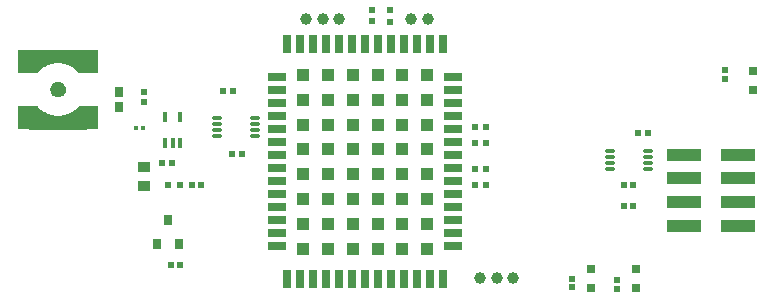
<source format=gtp>
G04*
G04 #@! TF.GenerationSoftware,Altium Limited,Altium Designer,22.5.1 (42)*
G04*
G04 Layer_Color=8421504*
%FSLAX44Y44*%
%MOMM*%
G71*
G04*
G04 #@! TF.SameCoordinates,16E258D9-83B2-4854-9FD3-66D1B54B03FA*
G04*
G04*
G04 #@! TF.FilePolarity,Positive*
G04*
G01*
G75*
%ADD18R,5.0000X1.0000*%
%ADD19C,1.0000*%
%ADD20R,0.8000X0.8000*%
%ADD21R,0.4725X0.5811*%
G04:AMPARAMS|DCode=22|XSize=0.4mm|YSize=0.85mm|CornerRadius=0.05mm|HoleSize=0mm|Usage=FLASHONLY|Rotation=180.000|XOffset=0mm|YOffset=0mm|HoleType=Round|Shape=RoundedRectangle|*
%AMROUNDEDRECTD22*
21,1,0.4000,0.7500,0,0,180.0*
21,1,0.3000,0.8500,0,0,180.0*
1,1,0.1000,-0.1500,0.3750*
1,1,0.1000,0.1500,0.3750*
1,1,0.1000,0.1500,-0.3750*
1,1,0.1000,-0.1500,-0.3750*
%
%ADD22ROUNDEDRECTD22*%
%ADD23R,0.5811X0.4725*%
%ADD24R,0.8000X1.5000*%
%ADD25R,1.5000X0.8000*%
%ADD26R,1.1000X1.1000*%
%ADD27R,0.6200X0.6000*%
%ADD28R,0.6000X0.5000*%
%ADD29R,0.6153X0.5725*%
G04:AMPARAMS|DCode=30|XSize=0.3mm|YSize=0.8mm|CornerRadius=0.0495mm|HoleSize=0mm|Usage=FLASHONLY|Rotation=90.000|XOffset=0mm|YOffset=0mm|HoleType=Round|Shape=RoundedRectangle|*
%AMROUNDEDRECTD30*
21,1,0.3000,0.7010,0,0,90.0*
21,1,0.2010,0.8000,0,0,90.0*
1,1,0.0990,0.3505,0.1005*
1,1,0.0990,0.3505,-0.1005*
1,1,0.0990,-0.3505,-0.1005*
1,1,0.0990,-0.3505,0.1005*
%
%ADD30ROUNDEDRECTD30*%
%ADD31R,0.8000X0.9000*%
%ADD32R,0.6500X0.8500*%
%ADD33R,0.5725X0.6153*%
%ADD34R,0.4541X0.3627*%
%ADD35R,0.5000X0.6000*%
%ADD36R,1.0000X0.9000*%
%ADD37R,0.6000X0.6200*%
%ADD38R,2.9500X1.0200*%
G36*
X40923Y183315D02*
X40935Y183301D01*
X40946Y183286D01*
X41000Y183228D01*
X41053Y183168D01*
X41067Y183155D01*
X41079Y183142D01*
X43342Y180918D01*
X43385Y180880D01*
X43426Y180840D01*
X43458Y180815D01*
X43489Y180788D01*
X43535Y180754D01*
X43580Y180718D01*
X46160Y178872D01*
X46208Y178841D01*
X46255Y178808D01*
X46290Y178788D01*
X46325Y178765D01*
X46376Y178739D01*
X46426Y178711D01*
X49260Y177285D01*
X49313Y177262D01*
X49364Y177237D01*
X49403Y177222D01*
X49440Y177206D01*
X49494Y177188D01*
X49548Y177168D01*
X52569Y176198D01*
X52624Y176183D01*
X52679Y176166D01*
X52719Y176158D01*
X52759Y176147D01*
X52815Y176138D01*
X52871Y176126D01*
X56006Y175635D01*
X56063Y175629D01*
X56119Y175621D01*
X56160Y175619D01*
X56201Y175615D01*
X56258Y175614D01*
X56315Y175611D01*
X59488D01*
X59545Y175614D01*
X59602Y175615D01*
X59643Y175619D01*
X59684Y175621D01*
X59741Y175629D01*
X59798Y175635D01*
X62932Y176126D01*
X62988Y176138D01*
X63045Y176147D01*
X63085Y176158D01*
X63125Y176166D01*
X63179Y176183D01*
X63235Y176198D01*
X66256Y177168D01*
X66309Y177188D01*
X66364Y177206D01*
X66401Y177222D01*
X66439Y177237D01*
X66491Y177262D01*
X66543Y177285D01*
X69378Y178711D01*
X69427Y178739D01*
X69478Y178765D01*
X69513Y178787D01*
X69549Y178808D01*
X69595Y178840D01*
X69644Y178872D01*
X72223Y180718D01*
X72268Y180754D01*
X72314Y180788D01*
X72345Y180815D01*
X72377Y180840D01*
X72418Y180880D01*
X72461Y180918D01*
X74724Y183142D01*
X74737Y183155D01*
X74750Y183168D01*
X74803Y183228D01*
X74858Y183286D01*
X74869Y183301D01*
X74881Y183315D01*
X75275Y183805D01*
X91459Y183805D01*
Y164188D01*
X24344D01*
Y183805D01*
X40528D01*
X40923Y183315D01*
D02*
G37*
G36*
X59837Y204378D02*
X61044Y203878D01*
X62130Y203152D01*
X63054Y202228D01*
X63780Y201141D01*
X64280Y199934D01*
X64535Y198652D01*
Y197999D01*
Y197346D01*
X64280Y196064D01*
X63780Y194857D01*
X63054Y193771D01*
X62130Y192846D01*
X61044Y192120D01*
X59837Y191620D01*
X58555Y191366D01*
X57248D01*
X55967Y191620D01*
X54760Y192120D01*
X53673Y192846D01*
X52749Y193770D01*
X52023Y194857D01*
X51523Y196064D01*
X51268Y197346D01*
Y197999D01*
Y198652D01*
X51523Y199934D01*
X52023Y201141D01*
X52749Y202228D01*
X53673Y203152D01*
X54760Y203878D01*
X55967Y204378D01*
X57248Y204633D01*
X58555D01*
X59837Y204378D01*
D02*
G37*
G36*
X91459Y212194D02*
X75275D01*
X74881Y212683D01*
X74869Y212697D01*
X74858Y212712D01*
X74803Y212771D01*
X74750Y212830D01*
X74737Y212843D01*
X74724Y212856D01*
X72461Y215080D01*
X72418Y215118D01*
X72377Y215158D01*
X72345Y215183D01*
X72315Y215210D01*
X72268Y215244D01*
X72223Y215280D01*
X69644Y217127D01*
X69595Y217158D01*
X69549Y217190D01*
X69513Y217211D01*
X69478Y217233D01*
X69427Y217259D01*
X69378Y217287D01*
X66543Y218713D01*
X66491Y218736D01*
X66439Y218761D01*
X66401Y218776D01*
X66364Y218792D01*
X66309Y218810D01*
X66256Y218830D01*
X63235Y219800D01*
X63179Y219815D01*
X63125Y219832D01*
X63085Y219840D01*
X63045Y219851D01*
X62989Y219860D01*
X62932Y219872D01*
X59798Y220363D01*
X59741Y220369D01*
X59684Y220377D01*
X59643Y220379D01*
X59602Y220384D01*
X59545Y220384D01*
X59488Y220387D01*
X56315D01*
X56258Y220384D01*
X56201Y220384D01*
X56160Y220379D01*
X56119Y220377D01*
X56063Y220369D01*
X56006Y220363D01*
X52871Y219872D01*
X52815Y219860D01*
X52759Y219851D01*
X52719Y219840D01*
X52679Y219832D01*
X52624Y219815D01*
X52569Y219800D01*
X49548Y218830D01*
X49494Y218810D01*
X49440Y218792D01*
X49403Y218776D01*
X49364Y218761D01*
X49313Y218736D01*
X49260Y218713D01*
X46426Y217287D01*
X46376Y217259D01*
X46325Y217233D01*
X46291Y217211D01*
X46255Y217190D01*
X46208Y217158D01*
X46160Y217127D01*
X43580Y215280D01*
X43535Y215244D01*
X43489Y215210D01*
X43458Y215183D01*
X43426Y215158D01*
X43385Y215118D01*
X43342Y215080D01*
X41079Y212856D01*
X41067Y212843D01*
X41053Y212830D01*
X41000Y212771D01*
X40946Y212712D01*
X40935Y212697D01*
X40923Y212683D01*
X40528Y212194D01*
X24344D01*
Y231811D01*
X91459D01*
Y212194D01*
D02*
G37*
D18*
X57900Y168838D02*
D03*
X55360Y225940D02*
D03*
D19*
X57902Y197999D02*
D03*
X370840Y257810D02*
D03*
X356870D02*
D03*
X295910D02*
D03*
X281940D02*
D03*
X267970D02*
D03*
X443230Y38100D02*
D03*
X429260D02*
D03*
X415290D02*
D03*
D20*
X645922Y213990D02*
D03*
Y197490D02*
D03*
X509270Y46350D02*
D03*
Y29850D02*
D03*
X547370Y46350D02*
D03*
Y29850D02*
D03*
D21*
X622554Y214221D02*
D03*
Y206911D02*
D03*
X492760Y37945D02*
D03*
Y30635D02*
D03*
X530860Y36675D02*
D03*
Y29365D02*
D03*
D22*
X148440Y175080D02*
D03*
X161440D02*
D03*
Y152580D02*
D03*
X154940D02*
D03*
X148440D02*
D03*
D23*
X537365Y99060D02*
D03*
X544675D02*
D03*
Y116840D02*
D03*
X537365D02*
D03*
X153825Y49530D02*
D03*
X161135D02*
D03*
X178915Y116840D02*
D03*
X171605D02*
D03*
D24*
X383930Y236320D02*
D03*
X372930D02*
D03*
X361930D02*
D03*
X350930D02*
D03*
X339930D02*
D03*
X328930D02*
D03*
X317930D02*
D03*
X284930D02*
D03*
X273930D02*
D03*
X262930D02*
D03*
X295930D02*
D03*
X306930D02*
D03*
X251930D02*
D03*
Y37320D02*
D03*
X262930D02*
D03*
X273930D02*
D03*
X284930D02*
D03*
X295930D02*
D03*
X306930D02*
D03*
X317930D02*
D03*
X328930D02*
D03*
X339930D02*
D03*
X350930D02*
D03*
X361930D02*
D03*
X372930D02*
D03*
X383930D02*
D03*
D25*
X243430Y208320D02*
D03*
Y197320D02*
D03*
Y186320D02*
D03*
Y175320D02*
D03*
Y164320D02*
D03*
Y153320D02*
D03*
Y142320D02*
D03*
Y131320D02*
D03*
Y120320D02*
D03*
Y109320D02*
D03*
Y98320D02*
D03*
Y87320D02*
D03*
Y76320D02*
D03*
Y65320D02*
D03*
X392430D02*
D03*
Y76320D02*
D03*
Y87320D02*
D03*
Y98320D02*
D03*
Y109320D02*
D03*
Y120320D02*
D03*
Y131320D02*
D03*
Y142320D02*
D03*
Y153320D02*
D03*
Y164320D02*
D03*
Y175320D02*
D03*
Y186320D02*
D03*
Y197320D02*
D03*
Y208320D02*
D03*
D26*
X265430Y63320D02*
D03*
Y84320D02*
D03*
Y105320D02*
D03*
Y126320D02*
D03*
Y147320D02*
D03*
Y168320D02*
D03*
Y189320D02*
D03*
X265430Y210320D02*
D03*
X286430Y63320D02*
D03*
Y84320D02*
D03*
Y105320D02*
D03*
Y126320D02*
D03*
Y147320D02*
D03*
Y168320D02*
D03*
Y189320D02*
D03*
X286430Y210320D02*
D03*
X307430Y63320D02*
D03*
Y84320D02*
D03*
Y105320D02*
D03*
Y126320D02*
D03*
Y147320D02*
D03*
Y168320D02*
D03*
Y189320D02*
D03*
X307430Y210320D02*
D03*
X328430Y63320D02*
D03*
Y84320D02*
D03*
Y105320D02*
D03*
Y126320D02*
D03*
Y147320D02*
D03*
Y168320D02*
D03*
Y189320D02*
D03*
X328430Y210320D02*
D03*
X349430Y63320D02*
D03*
Y84320D02*
D03*
Y105320D02*
D03*
Y126320D02*
D03*
Y147320D02*
D03*
Y168320D02*
D03*
Y189320D02*
D03*
X349430Y210320D02*
D03*
X370430Y63320D02*
D03*
Y84320D02*
D03*
Y105320D02*
D03*
Y126320D02*
D03*
Y147320D02*
D03*
Y168320D02*
D03*
Y189320D02*
D03*
X370430Y210320D02*
D03*
D27*
X323850Y264950D02*
D03*
Y255750D02*
D03*
D28*
X339090Y255350D02*
D03*
Y265350D02*
D03*
D29*
X213836Y143510D02*
D03*
X205264D02*
D03*
X557211Y161290D02*
D03*
X548640D02*
D03*
X206216Y196850D02*
D03*
X197644D02*
D03*
X154146Y135890D02*
D03*
X145574D02*
D03*
D30*
X224280Y158870D02*
D03*
Y163870D02*
D03*
Y168870D02*
D03*
Y173870D02*
D03*
X192280Y158870D02*
D03*
Y163870D02*
D03*
Y168870D02*
D03*
Y173870D02*
D03*
X557020Y130930D02*
D03*
Y135930D02*
D03*
Y140930D02*
D03*
Y145930D02*
D03*
X525020Y130930D02*
D03*
Y135930D02*
D03*
Y140930D02*
D03*
Y145930D02*
D03*
D31*
X141630Y67470D02*
D03*
X160630D02*
D03*
X151130Y87470D02*
D03*
D32*
X109220Y182980D02*
D03*
Y195480D02*
D03*
D33*
X130810Y187484D02*
D03*
Y196056D02*
D03*
D34*
X130043Y165100D02*
D03*
X123957D02*
D03*
D35*
X161210Y116840D02*
D03*
X151210D02*
D03*
D36*
X130810Y116460D02*
D03*
Y132460D02*
D03*
D37*
X410690Y116840D02*
D03*
X419890D02*
D03*
Y130810D02*
D03*
X410690D02*
D03*
X419890Y152400D02*
D03*
X410690D02*
D03*
Y166370D02*
D03*
X419890D02*
D03*
D38*
X633450Y82800D02*
D03*
Y102800D02*
D03*
Y122800D02*
D03*
Y142800D02*
D03*
X587950Y82800D02*
D03*
Y102800D02*
D03*
Y122800D02*
D03*
Y142800D02*
D03*
M02*

</source>
